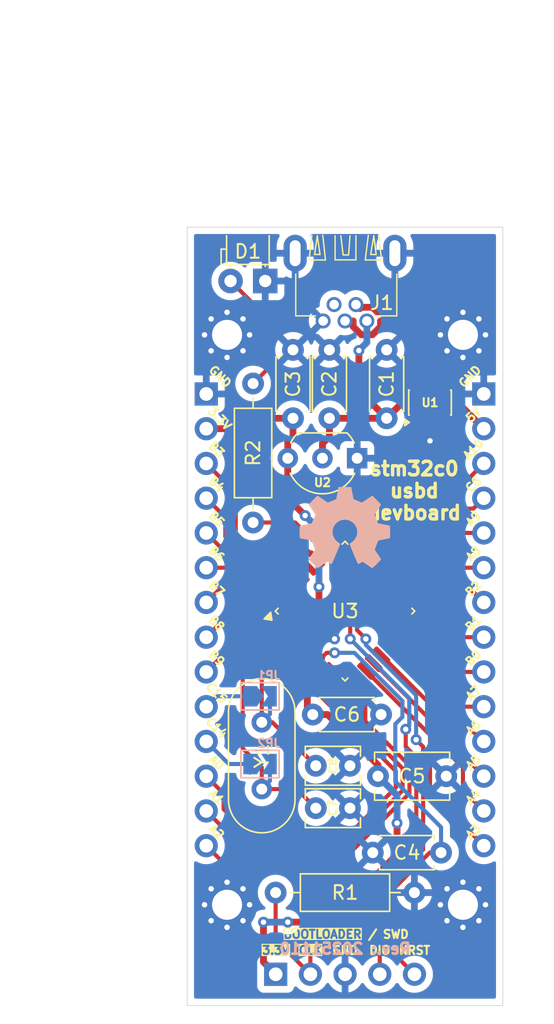
<source format=kicad_pcb>
(kicad_pcb (version 20241229) (generator "pcbnew") (generator_version "9.0")
  (title_block (title "stm32c0-usbd-devboard") (date "2025-11-10") (rev "20251110") (comment 3 "Released under CERN Open Hardware Licence Version 2 - Strongly Reciprocal") (comment 4 "Designed by: Rafael G. Martins"))
  (layers (0 "F.Cu" signal) (2 "B.Cu" signal) (13 "F.Paste" user) (15 "B.Paste" user) (5 "F.SilkS" user "F.Silkscreen") (7 "B.SilkS" user "B.Silkscreen") (1 "F.Mask" user) (3 "B.Mask" user) (25 "Edge.Cuts" user))
  (net 0 "")
  (net 1 "5V")
  (net 2 "3.3V")
  (net 3 "Net-(D1-A)")
  (net 4 "/USB_CONN_D-")
  (net 6 "/USB_CONN_D+")
  (net 7 "CLK")
  (net 8 "LED")
  (net 9 "USB_D+")
  (net 10 "USB_D-")
  (net 11 "B6")
  (net 12 "A0")
  (net 13 "A2")
  (net 14 "C14")
  (net 15 "B3")
  (net 16 "B5")
  (net 17 "A1")
  (net 18 "B4")
  (net 19 "B7")
  (net 20 "B0")
  (net 21 "A6")
  (net 22 "A8")
  (net 23 "A5")
  (net 24 "A7")
  (net 25 "B1")
  (net 26 "A4")
  (net 27 "A3")
  (net 28 "A9")
  (net 29 "A10")
  (net 30 "GND")
  (net 31 "NRST")
  (net 32 "DIO")
  (net 33 "B9")
  (net 34 "B8")
  (net 35 "C15")
  (net 36 "C6")
  (net 37 "B2")
  (net 38 "PC14")
  (net 39 "PC15")
  (footprint "Crystal:Crystal_HC49-4H_Vertical" (layer "F.Cu") (at 140.97 114.554 -90)
    (property "Reference" "Y1" (at 2.45 0 90) (layer "F.SilkS"))
    (property "Value" "48MHz")
    (pad "1" thru_hole circle (at 0 0 270) (size 1.5 1.5) (drill 0.8) (layers "*.Cu" "*.Mask") (net 39 "PC15"))
    (pad "2" thru_hole circle (at 4.88 0 270) (size 1.5 1.5) (drill 0.8) (layers "*.Cu" "*.Mask") (net 38 "PC14"))
  )
  (footprint "Capacitor_THT:C_Disc_D3.8mm_W2.6mm_P2.50mm" (layer "F.Cu") (at 144.927 120.8278)
    (property "Reference" "C7" (at 1.25 0 90) (layer "F.SilkS") (effects (font (size 0.6 0.6))))
    (property "Value" "22p")
    (pad "1" thru_hole circle (at 0 0) (size 1.6 1.6) (drill 0.8) (layers "*.Cu" "*.Mask") (net 38 "PC14"))
    (pad "2" thru_hole circle (at 2.5 0) (size 1.6 1.6) (drill 0.8) (layers "*.Cu" "*.Mask") (net 30 "GND"))
  )
  (footprint "custom:USB_Mini-B_PTH" (layer "F.Cu") (at 148.666 85.217 180)
    (property "Reference" "J1" (at -0.14 1.327 0) (layer "F.SilkS") (effects (justify left)))
    (property "Value" "USB_B_Mini" (hide yes))
    (pad "1" thru_hole circle (at 0 0 90) (size 1.1 1.1) (drill 0.7) (layers "*.Cu" "*.Mask") (net 1 "5V"))
    (pad "2" thru_hole circle (at 0.8 1.2 90) (size 1.1 1.1) (drill 0.7) (layers "*.Cu" "*.Mask") (net 4 "/USB_CONN_D-"))
    (pad "3" thru_hole circle (at 1.6 0 90) (size 1.1 1.1) (drill 0.7) (layers "*.Cu" "*.Mask") (net 6 "/USB_CONN_D+"))
    (pad "4" thru_hole circle (at 2.4 1.2 90) (size 1.1 1.1) (drill 0.7) (layers "*.Cu" "*.Mask"))
    (pad "5" thru_hole circle (at 3.2 0 90) (size 1.1 1.1) (drill 0.7) (layers "*.Cu" "*.Mask") (net 30 "GND"))
    (pad "6" thru_hole oval (at -2.05 4.953 90) (size 2.7 1.7) (drill oval 1.9 0.8) (layers "*.Cu" "*.Mask") (net 30 "GND"))
    (pad "6" thru_hole oval (at 5.25 4.953 90) (size 2.7 1.7) (drill oval 1.9 0.8) (layers "*.Cu" "*.Mask") (net 30 "GND"))
  )
  (footprint "custom:PinHeader_Bootloader_SWD_1x05_P2.54mm_Vertical" (layer "F.Cu") (at 141.991 132.969)
    (property "Reference" "J2" (hide yes))
    (property "Value" "PIN H 5P")
    (property "BOOTLOADER" "BOOTLOADER" (at 3.429 -2.921 0) (layer "F.SilkS" knockout) (effects (font (size 0.6 0.6) (thickness 0.15) (bold yes))))
    (fp_text user "${NET_NAME(3)}" (at 5.08 -1.397 0) (layer "F.SilkS") (effects (font (size 0.6 0.6) (thickness 0.15) (bold yes)) (justify bottom)))
    (fp_text user "${NET_NAME(5)}" (at 10.16 -1.397 0) (layer "F.SilkS") (effects (font (size 0.6 0.6) (thickness 0.15) (bold yes)) (justify bottom)))
    (fp_text user "/ SWD" (at 8.255 -2.921 0) (layer "F.SilkS") (effects (font (size 0.6 0.6) (thickness 0.15) (bold yes))))
    (fp_text user "${NET_NAME(2)}" (at 2.54 -1.397 0) (layer "F.SilkS" knockout) (effects (font (size 0.6 0.6) (thickness 0.15) (bold yes)) (justify bottom)))
    (fp_text user "${NET_NAME(4)}" (at 7.62 -1.397 0) (layer "F.SilkS") (effects (font (size 0.6 0.6) (thickness 0.15) (bold yes)) (justify bottom)))
    (fp_text user "${NET_NAME(1)}" (at 0 -1.397 0) (layer "F.SilkS" knockout) (effects (font (size 0.6 0.6) (thickness 0.15) (bold yes)) (justify bottom)))
    (pad "1" thru_hole rect (at 0 0 90) (size 1.7 1.7) (drill 1) (layers "*.Cu" "*.Mask") (net 2 "3.3V"))
    (pad "2" thru_hole oval (at 2.54 0 90) (size 1.7 1.7) (drill 1) (layers "*.Cu" "*.Mask") (net 7 "CLK"))
    (pad "3" thru_hole oval (at 5.08 0 90) (size 1.7 1.7) (drill 1) (layers "*.Cu" "*.Mask") (net 30 "GND"))
    (pad "4" thru_hole oval (at 7.62 0 90) (size 1.7 1.7) (drill 1) (layers "*.Cu" "*.Mask") (net 32 "DIO"))
    (pad "5" thru_hole oval (at 10.16 0 90) (size 1.7 1.7) (drill 1) (layers "*.Cu" "*.Mask") (net 31 "NRST"))
  )
  (footprint "custom:LED_D3.0mm_Horizontal_O1.27mm_Z2.0mm" (layer "F.Cu") (at 141.224 82.296 180)
    (property "Reference" "D1" (at 1.27 2.159 180) (layer "F.SilkS"))
    (property "Value" "LED Green 3mm")
    (pad "1" thru_hole rect (at 0 0 180) (size 1.8 1.8) (drill 0.9) (layers "*.Cu" "*.Mask") (net 30 "GND"))
    (pad "2" thru_hole circle (at 2.54 0 180) (size 1.8 1.8) (drill 0.9) (layers "*.Cu" "*.Mask") (net 3 "Net-(D1-A)"))
  )
  (footprint "custom:C_TDK_FA28" (layer "F.Cu") (at 143.256 87.329 -90)
    (property "Reference" "C3" (at 2.5 0 90) (layer "F.SilkS"))
    (property "Value" "1u")
    (pad "1" thru_hole circle (at 0 0 270) (size 1.6 1.6) (drill 0.8) (layers "*.Cu" "*.Mask") (net 30 "GND"))
    (pad "2" thru_hole circle (at 5 0 270) (size 1.6 1.6) (drill 0.8) (layers "*.Cu" "*.Mask") (net 2 "3.3V"))
  )
  (footprint "custom:C_TDK_FA28" (layer "F.Cu") (at 150.114 87.329 -90)
    (property "Reference" "C1" (at 2.5 0 90) (layer "F.SilkS"))
    (property "Value" "100n")
    (pad "1" thru_hole circle (at 0 0 270) (size 1.6 1.6) (drill 0.8) (layers "*.Cu" "*.Mask") (net 30 "GND"))
    (pad "2" thru_hole circle (at 5 0 270) (size 1.6 1.6) (drill 0.8) (layers "*.Cu" "*.Mask") (net 1 "5V"))
  )
  (footprint "custom:R_YAGEO_MFR-25FTE52_Horizontal" (layer "F.Cu") (at 140.335 99.949 90)
    (property "Reference" "R2" (at 5.08 0 90) (layer "F.SilkS"))
    (property "Value" "10k")
    (pad "1" thru_hole circle (at 0 0 90) (size 1.6 1.6) (drill 0.8) (layers "*.Cu" "*.Mask") (net 8 "LED"))
    (pad "2" thru_hole oval (at 10.16 0 90) (size 1.6 1.6) (drill 0.8) (layers "*.Cu" "*.Mask") (net 3 "Net-(D1-A)"))
  )
  (footprint "MountingHole:MountingHole_2.2mm_M2_Pad_Via" (layer "F.Cu") (at 138.43 86.233)
    (property "Reference" "H1" (hide yes))
    (property "Value" "Mounting Hole")
    (pad "1" thru_hole circle (at -1.65 0) (size 0.7 0.7) (drill 0.4) (layers "*.Cu" "*.Mask") (net 30 "GND"))
    (pad "1" thru_hole circle (at -1.166726 -1.166726) (size 0.7 0.7) (drill 0.4) (layers "*.Cu" "*.Mask") (net 30 "GND"))
    (pad "1" thru_hole circle (at -1.166726 1.166726) (size 0.7 0.7) (drill 0.4) (layers "*.Cu" "*.Mask") (net 30 "GND"))
    (pad "1" thru_hole circle (at 0 -1.65) (size 0.7 0.7) (drill 0.4) (layers "*.Cu" "*.Mask") (net 30 "GND"))
    (pad "1" thru_hole circle (at 0 0) (size 4.4 4.4) (drill 2.2) (layers "*.Cu" "*.Mask") (net 30 "GND"))
    (pad "1" thru_hole circle (at 0 1.65) (size 0.7 0.7) (drill 0.4) (layers "*.Cu" "*.Mask") (net 30 "GND"))
    (pad "1" thru_hole circle (at 1.166726 -1.166726) (size 0.7 0.7) (drill 0.4) (layers "*.Cu" "*.Mask") (net 30 "GND"))
    (pad "1" thru_hole circle (at 1.166726 1.166726) (size 0.7 0.7) (drill 0.4) (layers "*.Cu" "*.Mask") (net 30 "GND"))
    (pad "1" thru_hole circle (at 1.65 0) (size 0.7 0.7) (drill 0.4) (layers "*.Cu" "*.Mask") (net 30 "GND"))
  )
  (footprint "Capacitor_THT:C_Disc_D3.8mm_W2.6mm_P2.50mm" (layer "F.Cu") (at 144.927 117.729)
    (property "Reference" "C8" (at 1.25 0 90) (layer "F.SilkS") (effects (font (size 0.6 0.6))))
    (property "Value" "22p")
    (pad "1" thru_hole circle (at 0 0) (size 1.6 1.6) (drill 0.8) (layers "*.Cu" "*.Mask") (net 39 "PC15"))
    (pad "2" thru_hole circle (at 2.5 0) (size 1.6 1.6) (drill 0.8) (layers "*.Cu" "*.Mask") (net 30 "GND"))
  )
  (footprint "custom:C_TDK_FA26" (layer "F.Cu") (at 149.479 118.491)
    (property "Reference" "C5" (at 2.5 0 0) (layer "F.SilkS"))
    (property "Value" "10u")
    (pad "1" thru_hole circle (at 0 0) (size 1.6 1.6) (drill 0.8) (layers "*.Cu" "*.Mask") (net 2 "3.3V"))
    (pad "2" thru_hole circle (at 5 0) (size 1.6 1.6) (drill 0.8) (layers "*.Cu" "*.Mask") (net 30 "GND"))
  )
  (footprint "custom:C_TDK_FA28" (layer "F.Cu") (at 149.705272 113.985986 180)
    (property "Reference" "C6" (at 2.5 0 0) (layer "F.SilkS"))
    (property "Value" "100n")
    (pad "1" thru_hole circle (at 0 0 180) (size 1.6 1.6) (drill 0.8) (layers "*.Cu" "*.Mask") (net 30 "GND"))
    (pad "2" thru_hole circle (at 5 0 180) (size 1.6 1.6) (drill 0.8) (layers "*.Cu" "*.Mask") (net 2 "3.3V"))
  )
  (footprint "custom:C_TDK_FA28" (layer "F.Cu") (at 149.098 124.079)
    (property "Reference" "C4" (at 2.5 0 0) (layer "F.SilkS"))
    (property "Value" "100n")
    (pad "1" thru_hole circle (at 0 0) (size 1.6 1.6) (drill 0.8) (layers "*.Cu" "*.Mask") (net 30 "GND"))
    (pad "2" thru_hole circle (at 5 0) (size 1.6 1.6) (drill 0.8) (layers "*.Cu" "*.Mask") (net 31 "NRST"))
  )
  (footprint "MountingHole:MountingHole_2.2mm_M2_Pad_Via" (layer "F.Cu") (at 155.701 127.889)
    (property "Reference" "H4" (hide yes))
    (property "Value" "Mounting Hole")
    (pad "1" thru_hole circle (at -1.65 0) (size 0.7 0.7) (drill 0.4) (layers "*.Cu" "*.Mask") (net 30 "GND"))
    (pad "1" thru_hole circle (at -1.166726 -1.166726) (size 0.7 0.7) (drill 0.4) (layers "*.Cu" "*.Mask") (net 30 "GND"))
    (pad "1" thru_hole circle (at -1.166726 1.166726) (size 0.7 0.7) (drill 0.4) (layers "*.Cu" "*.Mask") (net 30 "GND"))
    (pad "1" thru_hole circle (at 0 -1.65) (size 0.7 0.7) (drill 0.4) (layers "*.Cu" "*.Mask") (net 30 "GND"))
    (pad "1" thru_hole circle (at 0 0) (size 4.4 4.4) (drill 2.2) (layers "*.Cu" "*.Mask") (net 30 "GND"))
    (pad "1" thru_hole circle (at 0 1.65) (size 0.7 0.7) (drill 0.4) (layers "*.Cu" "*.Mask") (net 30 "GND"))
    (pad "1" thru_hole circle (at 1.166726 -1.166726) (size 0.7 0.7) (drill 0.4) (layers "*.Cu" "*.Mask") (net 30 "GND"))
    (pad "1" thru_hole circle (at 1.166726 1.166726) (size 0.7 0.7) (drill 0.4) (layers "*.Cu" "*.Mask") (net 30 "GND"))
    (pad "1" thru_hole circle (at 1.65 0) (size 0.7 0.7) (drill 0.4) (layers "*.Cu" "*.Mask") (net 30 "GND"))
  )
  (footprint "Package_QFP:LQFP-32_7x7mm_P0.8mm" (layer "F.Cu") (at 147.066 106.426 45)
    (property "Reference" "U3" (at 0 0 0) (layer "F.SilkS"))
    (property "Value" "STM32C071K8T6")
    (pad "1" smd roundrect (at -4.175 -2.8 45) (size 1.5 0.5) (layers "F.Cu" "F.Mask" "F.Paste") (net 33 "B9"))
    (pad "2" smd roundrect (at -4.175 -2 45) (size 1.5 0.5) (layers "F.Cu" "F.Mask" "F.Paste") (net 38 "PC14"))
    (pad "3" smd roundrect (at -4.175 -1.2 45) (size 1.5 0.5) (layers "F.Cu" "F.Mask" "F.Paste") (net 39 "PC15"))
    (pad "4" smd roundrect (at -4.175 -0.4 45) (size 1.5 0.5) (layers "F.Cu" "F.Mask" "F.Paste") (net 2 "3.3V"))
    (pad "5" smd roundrect (at -4.175 0.4 45) (size 1.5 0.5) (layers "F.Cu" "F.Mask" "F.Paste") (net 30 "GND"))
    (pad "6" smd roundrect (at -4.175 1.2 45) (size 1.5 0.5) (layers "F.Cu" "F.Mask" "F.Paste") (net 31 "NRST"))
    (pad "7" smd roundrect (at -4.175 2 45) (size 1.5 0.5) (layers "F.Cu" "F.Mask" "F.Paste") (net 12 "A0"))
    (pad "8" smd roundrect (at -4.175 2.8 45) (size 1.5 0.5) (layers "F.Cu" "F.Mask" "F.Paste") (net 17 "A1"))
    (pad "9" smd roundrect (at -2.8 4.175 45) (size 0.5 1.5) (layers "F.Cu" "F.Mask" "F.Paste") (net 13 "A2"))
    (pad "10" smd roundrect (at -2 4.175 45) (size 0.5 1.5) (layers "F.Cu" "F.Mask" "F.Paste") (net 27 "A3"))
    (pad "11" smd roundrect (at -1.2 4.175 45) (size 0.5 1.5) (layers "F.Cu" "F.Mask" "F.Paste") (net 26 "A4"))
    (pad "12" smd roundrect (at -0.4 4.175 45) (size 0.5 1.5) (layers "F.Cu" "F.Mask" "F.Paste") (net 23 "A5"))
    (pad "13" smd roundrect (at 0.4 4.175 45) (size 0.5 1.5) (layers "F.Cu" "F.Mask" "F.Paste") (net 21 "A6"))
    (pad "14" smd roundrect (at 1.2 4.175 45) (size 0.5 1.5) (layers "F.Cu" "F.Mask" "F.Paste") (net 24 "A7"))
    (pad "15" smd roundrect (at 2 4.175 45) (size 0.5 1.5) (layers "F.Cu" "F.Mask" "F.Paste") (net 20 "B0"))
    (pad "16" smd roundrect (at 2.8 4.175 45) (size 0.5 1.5) (layers "F.Cu" "F.Mask" "F.Paste") (net 25 "B1"))
    (pad "17" smd roundrect (at 4.175 2.8 45) (size 1.5 0.5) (layers "F.Cu" "F.Mask" "F.Paste") (net 37 "B2"))
    (pad "18" smd roundrect (at 4.175 2 45) (size 1.5 0.5) (layers "F.Cu" "F.Mask" "F.Paste") (net 22 "A8"))
    (pad "19" smd roundrect (at 4.175 1.2 45) (size 1.5 0.5) (layers "F.Cu" "F.Mask" "F.Paste") (net 28 "A9"))
    (pad "20" smd roundrect (at 4.175 0.4 45) (size 1.5 0.5) (layers "F.Cu" "F.Mask" "F.Paste") (net 36 "C6"))
    (pad "21" smd roundrect (at 4.175 -0.4 45) (size 1.5 0.5) (layers "F.Cu" "F.Mask" "F.Paste") (net 29 "A10"))
    (pad "22" smd roundrect (at 4.175 -1.2 45) (size 1.5 0.5) (layers "F.Cu" "F.Mask" "F.Paste") (net 10 "USB_D-"))
    (pad "23" smd roundrect (at 4.175 -2 45) (size 1.5 0.5) (layers "F.Cu" "F.Mask" "F.Paste") (net 9 "USB_D+"))
    (pad "24" smd roundrect (at 4.175 -2.8 45) (size 1.5 0.5) (layers "F.Cu" "F.Mask" "F.Paste") (net 32 "DIO"))
    (pad "25" smd roundrect (at 2.8 -4.175 45) (size 0.5 1.5) (layers "F.Cu" "F.Mask" "F.Paste") (net 7 "CLK"))
    (pad "26" smd roundrect (at 2 -4.175 45) (size 0.5 1.5) (layers "F.Cu" "F.Mask" "F.Paste") (net 8 "LED"))
    (pad "27" smd roundrect (at 1.2 -4.175 45) (size 0.5 1.5) (layers "F.Cu" "F.Mask" "F.Paste") (net 15 "B3"))
    (pad "28" smd roundrect (at 0.4 -4.175 45) (size 0.5 1.5) (layers "F.Cu" "F.Mask" "F.Paste") (net 18 "B4"))
    (pad "29" smd roundrect (at -0.4 -4.175 45) (size 0.5 1.5) (layers "F.Cu" "F.Mask" "F.Paste") (net 16 "B5"))
    (pad "30" smd roundrect (at -1.2 -4.175 45) (size 0.5 1.5) (layers "F.Cu" "F.Mask" "F.Paste") (net 11 "B6"))
    (pad "31" smd roundrect (at -2 -4.175 45) (size 0.5 1.5) (layers "F.Cu" "F.Mask" "F.Paste") (net 19 "B7"))
    (pad "32" smd roundrect (at -2.8 -4.175 45) (size 0.5 1.5) (layers "F.Cu" "F.Mask" "F.Paste") (net 34 "B8"))
  )
  (footprint "MountingHole:MountingHole_2.2mm_M2_Pad_Via" (layer "F.Cu") (at 155.702 86.233)
    (property "Reference" "H2" (hide yes))
    (property "Value" "Mounting Hole")
    (pad "1" thru_hole circle (at -1.65 0) (size 0.7 0.7) (drill 0.4) (layers "*.Cu" "*.Mask") (net 30 "GND"))
    (pad "1" thru_hole circle (at -1.166726 -1.166726) (size 0.7 0.7) (drill 0.4) (layers "*.Cu" "*.Mask") (net 30 "GND"))
    (pad "1" thru_hole circle (at -1.166726 1.166726) (size 0.7 0.7) (drill 0.4) (layers "*.Cu" "*.Mask") (net 30 "GND"))
    (pad "1" thru_hole circle (at 0 -1.65) (size 0.7 0.7) (drill 0.4) (layers "*.Cu" "*.Mask") (net 30 "GND"))
    (pad "1" thru_hole circle (at 0 0) (size 4.4 4.4) (drill 2.2) (layers "*.Cu" "*.Mask") (net 30 "GND"))
    (pad "1" thru_hole circle (at 0 1.65) (size 0.7 0.7) (drill 0.4) (layers "*.Cu" "*.Mask") (net 30 "GND"))
    (pad "1" thru_hole circle (at 1.166726 -1.166726) (size 0.7 0.7) (drill 0.4) (layers "*.Cu" "*.Mask") (net 30 "GND"))
    (pad "1" thru_hole circle (at 1.166726 1.166726) (size 0.7 0.7) (drill 0.4) (layers "*.Cu" "*.Mask") (net 30 "GND"))
    (pad "1" thru_hole circle (at 1.65 0) (size 0.7 0.7) (drill 0.4) (layers "*.Cu" "*.Mask") (net 30 "GND"))
  )
  (footprint "Package_TO_SOT_THT:TO-92_Inline_Wide" (layer "F.Cu") (at 147.955 95.25 180)
    (property "Reference" "U2" (at 2.54 -1.778 180) (layer "F.SilkS") (effects (font (size 0.6 0.6))))
    (property "Value" "MCP1700-3302E")
    (pad "1" thru_hole rect (at 0 0 180) (size 1.5 1.5) (drill 0.8) (layers "*.Cu" "*.Mask") (net 30 "GND"))
    (pad "2" thru_hole circle (at 2.54 0 180) (size 1.5 1.5) (drill 0.8) (layers "*.Cu" "*.Mask") (net 1 "5V"))
    (pad "3" thru_hole circle (at 5.08 0 180) (size 1.5 1.5) (drill 0.8) (layers "*.Cu" "*.Mask") (net 2 "3.3V"))
  )
  (footprint "MountingHole:MountingHole_2.2mm_M2_Pad_Via" (layer "F.Cu") (at 138.43 127.889)
    (property "Reference" "H3" (hide yes))
    (property "Value" "Mounting Hole")
    (pad "1" thru_hole circle (at -1.65 0) (size 0.7 0.7) (drill 0.4) (layers "*.Cu" "*.Mask") (net 30 "GND"))
    (pad "1" thru_hole circle (at -1.166726 -1.166726) (size 0.7 0.7) (drill 0.4) (layers "*.Cu" "*.Mask") (net 30 "GND"))
    (pad "1" thru_hole circle (at -1.166726 1.166726) (size 0.7 0.7) (drill 0.4) (layers "*.Cu" "*.Mask") (net 30 "GND"))
    (pad "1" thru_hole circle (at 0 -1.65) (size 0.7 0.7) (drill 0.4) (layers "*.Cu" "*.Mask") (net 30 "GND"))
    (pad "1" thru_hole circle (at 0 0) (size 4.4 4.4) (drill 2.2) (layers "*.Cu" "*.Mask") (net 30 "GND"))
    (pad "1" thru_hole circle (at 0 1.65) (size 0.7 0.7) (drill 0.4) (layers "*.Cu" "*.Mask") (net 30 "GND"))
    (pad "1" thru_hole circle (at 1.166726 -1.166726) (size 0.7 0.7) (drill 0.4) (layers "*.Cu" "*.Mask") (net 30 "GND"))
    (pad "1" thru_hole circle (at 1.166726 1.166726) (size 0.7 0.7) (drill 0.4) (layers "*.Cu" "*.Mask") (net 30 "GND"))
    (pad "1" thru_hole circle (at 1.65 0) (size 0.7 0.7) (drill 0.4) (layers "*.Cu" "*.Mask") (net 30 "GND"))
  )
  (footprint "Package_TO_SOT_SMD:SOT-23-6" (layer "F.Cu") (at 153.289 91.1805 90)
    (property "Reference" "U1" (at -0.0055 0 180) (layer "F.SilkS") (effects (font (size 0.6 0.6))))
    (property "Value" "USBLC6-2SC6")
    (pad "1" smd roundrect (at -1.1375 -0.95 90) (size 1.325 0.6) (layers "F.Cu" "F.Mask" "F.Paste") (net 9 "USB_D+"))
    (pad "2" smd roundrect (at -1.1375 0 90) (size 1.325 0.6) (layers "F.Cu" "F.Mask" "F.Paste") (net 30 "GND"))
    (pad "3" smd roundrect (at -1.1375 0.95 90) (size 1.325 0.6) (layers "F.Cu" "F.Mask" "F.Paste") (net 10 "USB_D-"))
    (pad "4" smd roundrect (at 1.1375 0.95 90) (size 1.325 0.6) (layers "F.Cu" "F.Mask" "F.Paste") (net 4 "/USB_CONN_D-"))
    (pad "5" smd roundrect (at 1.1375 0 90) (size 1.325 0.6) (layers "F.Cu" "F.Mask" "F.Paste") (net 1 "5V"))
    (pad "6" smd roundrect (at 1.1375 -0.95 90) (size 1.325 0.6) (layers "F.Cu" "F.Mask" "F.Paste") (net 6 "/USB_CONN_D+"))
  )
  (footprint "custom:R_YAGEO_MFR-25FTE52_Horizontal" (layer "F.Cu") (at 141.986 127)
    (property "Reference" "R1" (at 5.08 0 0) (layer "F.SilkS"))
    (property "Value" "10k")
    (pad "1" thru_hole circle (at 0 0) (size 1.6 1.6) (drill 0.8) (layers "*.Cu" "*.Mask") (net 7 "CLK"))
    (pad "2" thru_hole oval (at 10.16 0) (size 1.6 1.6) (drill 0.8) (layers "*.Cu" "*.Mask") (net 30 "GND"))
  )
  (footprint "custom:C_TDK_FA28" (layer "F.Cu") (at 145.923 87.329 -90)
    (property "Reference" "C2" (at 2.5 0 90) (layer "F.SilkS"))
    (property "Value" "1u")
    (pad "1" thru_hole circle (at 0 0 270) (size 1.6 1.6) (drill 0.8) (layers "*.Cu" "*.Mask") (net 30 "GND"))
    (pad "2" thru_hole circle (at 5 0 270) (size 1.6 1.6) (drill 0.8) (layers "*.Cu" "*.Mask") (net 1 "5V"))
  )
  (footprint "Jumper:SolderJumper-2_P1.3mm_Open_TrianglePad1.0x1.5mm" (layer "B.Cu") (at 140.843 112.649)
    (property "Reference" "JP1" (at 0.635 -1.524 0) (layer "B.SilkS") (effects (font (size 0.6 0.6)) (justify mirror)))
    (property "Value" "Connect Pin C15 to PC15")
    (pad "1" smd custom (at -0.725 0) (size 0.3 0.3) (layers "B.Cu" "B.Mask") (net 35 "C15") (options (clearance outline) (anchor rect)) (primitives (gr_poly (pts (xy 1 0) (xy 0.5 -0.75) (xy -0.5 -0.75) (xy -0.5 0.75) (xy 0.5 0.75)) (width 0) (fill yes))))
    (pad "2" smd custom (at 0.725 0) (size 0.3 0.3) (layers "B.Cu" "B.Mask") (net 39 "PC15") (options (clearance outline) (anchor rect)) (primitives (gr_poly (pts (xy 0.5 -0.75) (xy -0.65 -0.75) (xy -0.15 0) (xy -0.65 0.75) (xy 0.5 0.75)) (width 0) (fill yes))))
  )
  (footprint "Jumper:SolderJumper-2_P1.3mm_Open_TrianglePad1.0x1.5mm" (layer "B.Cu") (at 140.843 117.602)
    (property "Reference" "JP2" (at 0.635 -1.524 0) (layer "B.SilkS") (effects (font (size 0.6 0.6)) (justify mirror)))
    (property "Value" "Connect Pin C14 to PC14")
    (pad "1" smd custom (at -0.725 0) (size 0.3 0.3) (layers "B.Cu" "B.Mask") (net 14 "C14") (options (clearance outline) (anchor rect)) (primitives (gr_poly (pts (xy 1 0) (xy 0.5 -0.75) (xy -0.5 -0.75) (xy -0.5 0.75) (xy 0.5 0.75)) (width 0) (fill yes))))
    (pad "2" smd custom (at 0.725 0) (size 0.3 0.3) (layers "B.Cu" "B.Mask") (net 38 "PC14") (options (clearance outline) (anchor rect)) (primitives (gr_poly (pts (xy 0.5 -0.75) (xy -0.65 -0.75) (xy -0.15 0) (xy -0.65 0.75) (xy 0.5 0.75)) (width 0) (fill yes))))
  )
  (footprint "custom:PinHeader_DevBoard_Right_Connector_1x14_P2.54mm_Vertical" (layer "B.Cu") (at 157.226 90.551 180)
    (property "Reference" "J4" (hide yes))
    (property "Value" "RIGHT")
    (fp_text user "${NET_NAME(12)}" (at 0.508 -27.178 45) (layer "F.SilkS") (effects (font (size 0.6 0.6) (thickness 0.15) (bold yes)) (justify bottom)))
    (fp_text user "${NET_NAME(8)}" (at 0.508 -17.018 45) (layer "F.SilkS") (effects (font (size 0.6 0.6) (thickness 0.15) (bold yes)) (justify bottom)))
    (fp_text user "${NET_NAME(11)}" (at 0.508 -24.638 45) (layer "F.SilkS") (effects (font (size 0.6 0.6) (thickness 0.15) (bold yes)) (justify bottom)))
    (fp_text user "${NET_NAME(5)}" (at 0.508 -9.398 45) (layer "F.SilkS") (effects (font (size 0.6 0.6) (thickness 0.15) (bold yes)) (justify bottom)))
    (fp_text user "${NET_NAME(2)}" (at 0.508 -1.778 45) (layer "F.SilkS") (effects (font (size 0.6 0.6) (thickness 0.15) (bold yes)) (justify bottom)))
    (fp_text user "${NET_NAME(1)}" (at 0.762 1.016 45) (layer "F.SilkS") (effects (font (size 0.6 0.6) (thickness 0.15) (bold yes)) (justify bottom)))
    (fp_text user "${NET_NAME(13)}" (at 0.508 -29.718 45) (layer "F.SilkS") (effects (font (size 0.6 0.6) (thickness 0.15) (bold yes)) (justify bottom)))
    (fp_text user "${NET_NAME(14)}" (at 0.508 -32.258 45) (layer "F.SilkS") (effects (font (size 0.6 0.6) (thickness 0.15) (bold yes)) (justify bottom)))
    (fp_text user "${NET_NAME(6)}" (at 0.508 -11.938 45) (layer "F.SilkS") (effects (font (size 0.6 0.6) (thickness 0.15) (bold yes)) (justify bottom)))
    (fp_text user "${NET_NAME(7)}" (at 0.508 -14.478 45) (layer "F.SilkS") (effects (font (size 0.6 0.6) (thickness 0.15) (bold yes)) (justify bottom)))
    (fp_text user "${NET_NAME(10)}" (at 0.508 -22.098 45) (layer "F.SilkS") (effects (font (size 0.6 0.6) (thickness 0.15) (bold yes)) (justify bottom)))
    (fp_text user "${NET_NAME(4)}" (at 0.508 -6.858 45) (layer "F.SilkS") (effects (font (size 0.6 0.6) (thickness 0.15) (bold yes)) (justify bottom)))
    (fp_text user "${NET_NAME(3)}" (at 0.508 -4.318 45) (layer "F.SilkS") (effects (font (size 0.6 0.6) (thickness 0.15) (bold yes)) (justify bottom)))
    (fp_text user "${NET_NAME(9)}" (at 0.508 -19.558 45) (layer "F.SilkS") (effects (font (size 0.6 0.6) (thickness 0.15) (bold yes)) (justify bottom)))
    (pad "1" thru_hole rect (at 0 0 180) (size 1.7 1.7) (drill 1) (layers "*.Cu" "*.Mask") (net 30 "GND"))
    (pad "2" thru_hole oval (at 0 -2.54 180) (size 1.7 1.7) (drill 1) (layers "*.Cu" "*.Mask") (net 1 "5V"))
    (pad "3" thru_hole oval (at 0 -5.08 180) (size 1.7 1.7) (drill 1) (layers "*.Cu" "*.Mask") (net 29 "A10"))
    (pad "4" thru_hole oval (at 0 -7.62 180) (size 1.7 1.7) (drill 1) (layers "*.Cu" "*.Mask") (net 36 "C6"))
    (pad "5" thru_hole oval (at 0 -10.16 180) (size 1.7 1.7) (drill 1) (layers "*.Cu" "*.Mask") (net 28 "A9"))
    (pad "6" thru_hole oval (at 0 -12.7 180) (size 1.7 1.7) (drill 1) (layers "*.Cu" "*.Mask") (net 22 "A8"))
    (pad "7" thru_hole oval (at 0 -15.24 180) (size 1.7 1.7) (drill 1) (layers "*.Cu" "*.Mask") (net 37 "B2"))
    (pad "8" thru_hole oval (at 0 -17.78 180) (size 1.7 1.7) (drill 1) (layers "*.Cu" "*.Mask") (net 25 "B1"))
    (pad "9" thru_hole oval (at 0 -20.32 180) (size 1.7 1.7) (drill 1) (layers "*.Cu" "*.Mask") (net 20 "B0"))
    (pad "10" thru_hole oval (at 0 -22.86 180) (size 1.7 1.7) (drill 1) (layers "*.Cu" "*.Mask") (net 24 "A7"))
    (pad "11" thru_hole oval (at 0 -25.4 180) (size 1.7 1.7) (drill 1) (layers "*.Cu" "*.Mask") (net 21 "A6"))
    (pad "12" thru_hole oval (at 0 -27.94 180) (size 1.7 1.7) (drill 1) (layers "*.Cu" "*.Mask") (net 23 "A5"))
    (pad "13" thru_hole oval (at 0 -30.48 180) (size 1.7 1.7) (drill 1) (layers "*.Cu" "*.Mask") (net 26 "A4"))
    (pad "14" thru_hole oval (at 0 -33.02 180) (size 1.7 1.7) (drill 1) (layers "*.Cu" "*.Mask") (net 27 "A3"))
  )
  (footprint "Symbol:OSHW-Symbol_6.7x6mm_SilkScreen" (layer "B.Cu") (at 147.066 100.33 180)
    (property "Reference" "REF**" (hide yes))
    (property "Value" "OSHW-Symbol_6.7x6mm_SilkScreen" (hide yes))
  )
  (footprint "custom:PinHeader_DevBoard_Left_Connector_1x14_P2.54mm_Vertical" (layer "B.Cu") (at 136.906 90.551 180)
    (property "Reference" "J3" (hide yes))
    (property "Value" "LEFT")
    (fp_text user "${NET_NAME(9)}" (at -0.508 -19.558 315) (layer "F.SilkS") (effects (font (size 0.6 0.6) (thickness 0.15) (bold yes)) (justify bottom)))
    (fp_text user "${NET_NAME(7)}" (at -0.508 -14.478 315) (layer "F.SilkS") (effects (font (size 0.6 0.6) (thickness 0.15) (bold yes)) (justify bottom)))
    (fp_text user "${NET_NAME(5)}" (at -0.508 -9.398 315) (layer "F.SilkS") (effects (font (size 0.6 0.6) (thickness 0.15) (bold yes)) (justify bottom)))
    (fp_text user "${NET_NAME(1)}" (at -0.762 1.016 315) (layer "F.SilkS") (effects (font (size 0.6 0.6) (thickness 0.15) (bold yes)) (justify bottom)))
    (fp_text user "${NET_NAME(6)}" (at -0.508 -11.938 315) (layer "F.SilkS") (effects (font (size 0.6 0.6) (thickness 0.15) (bold yes)) (justify bottom)))
    (fp_text user "${NET_NAME(13)}" (at -0.508 -29.718 315) (layer "F.SilkS") (effects (font (size 0.6 0.6) (thickness 0.15) (bold yes)) (justify bottom)))
    (fp_text user "${NET_NAME(14)}" (at -0.508 -32.258 315) (layer "F.SilkS") (effects (font (size 0.6 0.6) (thickness 0.15) (bold yes)) (justify bottom)))
    (fp_text user "${NET_NAME(12)}" (at -0.508 -27.178 315) (layer "F.SilkS") (effects (font (size 0.6 0.6) (thickness 0.15) (bold yes)) (justify bottom)))
    (fp_text user "${NET_NAME(3)}" (at -0.508 -4.318 315) (layer "F.SilkS") (effects (font (size 0.6 0.6) (thickness 0.15) (bold yes)) (justify bottom)))
    (fp_text user "${NET_NAME(8)}" (at -0.508 -17.018 315) (layer "F.SilkS") (effects (font (size 0.6 0.6) (thickness 0.15) (bold yes)) (justify bottom)))
    (fp_text user "${NET_NAME(11)}" (at -0.508 -24.638 315) (layer "F.SilkS") (effects (font (size 0.6 0.6) (thickness 0.15) (bold yes)) (justify bottom)))
    (fp_text user "${NET_NAME(4)}" (at -0.508 -6.858 315) (layer "F.SilkS") (effects (font (size 0.6 0.6) (thickness 0.15) (bold yes)) (justify bottom)))
    (fp_text user "${NET_NAME(10)}" (at -0.508 -22.098 315) (layer "F.SilkS") (effects (font (size 0.6 0.6) (thickness 0.15) (bold yes)) (justify bottom)))
    (fp_text user "${NET_NAME(2)}" (at -0.74 -2.05 315) (layer "F.SilkS") (effects (font (size 0.6 0.6) (thickness 0.15) (bold yes)) (justify bottom)))
    (pad "1" thru_hole rect (at 0 0 180) (size 1.7 1.7) (drill 1) (layers "*.Cu" "*.Mask") (net 30 "GND"))
    (pad "2" thru_hole oval (at 0 -2.54 180) (size 1.7 1.7) (drill 1) (layers "*.Cu" "*.Mask") (net 2 "3.3V"))
    (pad "3" thru_hole oval (at 0 -5.08 180) (size 1.7 1.7) (drill 1) (layers "*.Cu" "*.Mask") (net 15 "B3"))
    (pad "4" thru_hole oval (at 0 -7.62 180) (size 1.7 1.7) (drill 1) (layers "*.Cu" "*.Mask") (net 18 "B4"))
    (pad "5" thru_hole oval (at 0 -10.16 180) (size 1.7 1.7) (drill 1) (layers "*.Cu" "*.Mask") (net 16 "B5"))
    (pad "6" thru_hole oval (at 0 -12.7 180) (size 1.7 1.7) (drill 1) (layers "*.Cu" "*.Mask") (net 11 "B6"))
    (pad "7" thru_hole oval (at 0 -15.24 180) (size 1.7 1.7) (drill 1) (layers "*.Cu" "*.Mask") (net 19 "B7"))
    (pad "8" thru_hole oval (at 0 -17.78 180) (size 1.7 1.7) (drill 1) (layers "*.Cu" "*.Mask") (net 34 "B8"))
    (pad "9" thru_hole oval (at 0 -20.32 180) (size 1.7 1.7) (drill 1) (layers "*.Cu" "*.Mask") (net 33 "B9"))
    (pad "10" thru_hole oval (at 0 -22.86 180) (size 1.7 1.7) (drill 1) (layers "*.Cu" "*.Mask") (net 35 "C15"))
    (pad "11" thru_hole oval (at 0 -25.4 180) (size 1.7 1.7) (drill 1) (layers "*.Cu" "*.Mask") (net 14 "C14"))
    (pad "12" thru_hole oval (at 0 -27.94 180) (size 1.7 1.7) (drill 1) (layers "*.Cu" "*.Mask") (net 12 "A0"))
    (pad "13" thru_hole oval (at 0 -30.48 180) (size 1.7 1.7) (drill 1) (layers "*.Cu" "*.Mask") (net 17 "A1"))
    (pad "14" thru_hole oval (at 0 -33.02 180) (size 1.7 1.7) (drill 1) (layers "*.Cu" "*.Mask") (net 13 "A2"))
  )
  (gr_rect (start 135.509 78.359) (end 158.623 135.255) (stroke (width 0.05)) (fill no) (layer "Edge.Cuts"))
  (gr_text "stm32c0\nusbd\ndevboard" (at 152.146 99.822 0) (layer "F.SilkS") (effects (font (size 1 1) (thickness 0.25) (bold yes)) (justify bottom)))
  (gr_text "Rev.: ${REVISION}" (at 147.072 131.572 0) (layer "B.SilkS") (effects (font (size 0.8 0.8) (thickness 0.2) (bold yes)) (justify bottom mirror)))
  (segment (start 153.289 90.805) (end 153.67 91.186) (width 0.5) (layer "F.Cu") (net 1))
  (segment (start 148.082 90.297) (end 150.114 92.329) (width 0.5) (layer "F.Cu") (net 1))
  (segment (start 153.289 90.805) (end 152.908 91.186) (width 0.5) (layer "F.Cu") (net 1))
  (segment (start 153.67 91.186) (end 155.321 91.186) (width 0.5) (layer "F.Cu") (net 1))
  (segment (start 151.257 91.186) (end 150.114 92.329) (width 0.5) (layer "F.Cu") (net 1))
  (segment (start 148.082 87.376) (end 148.082 90.297) (width 0.5) (layer "F.Cu") (net 1))
  (segment (start 145.923 93.6625) (end 145.415 94.1705) (width 0.5) (layer "F.Cu") (net 1))
  (segment (start 152.908 91.186) (end 151.257 91.186) (width 0.5) (layer "F.Cu") (net 1))
  (segment (start 145.415 94.1705) (end 145.415 95.25) (width 0.5) (layer "F.Cu") (net 1))
  (segment (start 153.289 90.043) (end 153.289 90.805) (width 0.5) (layer "F.Cu") (net 1))
  (segment (start 150.114 92.329) (end 145.923 92.329) (width 0.5) (layer "F.Cu") (net 1))
  (segment (start 145.923 92.329) (end 145.923 93.6625) (width 0.5) (layer "F.Cu") (net 1))
  (segment (start 155.321 91.186) (end 157.226 93.091) (width 0.5) (layer "F.Cu") (net 1))
  (via (at 148.082 87.376) (size 0.8) (drill 0.4) (layers "F.Cu" "B.Cu") (net 1))
  (segment (start 148.666 86.792) (end 148.082 87.376) (width 0.5) (layer "B.Cu") (net 1))
  (segment (start 148.666 85.217) (end 148.666 86.792) (width 0.5) (layer "B.Cu") (net 1))
  (segment (start 150.876 121.92) (end 150.876 124.206) (width 0.5) (layer "F.Cu") (net 2))
  (segment (start 143.256 92.329) (end 139.954 92.329) (width 0.5) (layer "F.Cu") (net 2))
  (segment (start 139.192 93.091) (end 136.906 93.091) (width 0.5) (layer "F.Cu") (net 2))
  (segment (start 144.145 99.441) (end 142.875 98.171) (width 0.5) (layer "F.Cu") (net 2))
  (segment (start 143.830986 109.095328) (end 143.287893 109.638421) (width 0.5) (layer "F.Cu") (net 2))
  (segment (start 142.875 94.107) (end 142.875 95.25) (width 0.5) (layer "F.Cu") (net 2))
  (segment (start 139.954 92.329) (end 139.192 93.091) (width 0.5) (layer "F.Cu") (net 2))
  (segment (start 144.705272 113.985986) (end 145.791804 113.985986) (width 0.5) (layer "F.Cu") (net 2))
  (segment (start 150.876 124.206) (end 145.923 129.159) (width 0.5) (layer "F.Cu") (net 2))
  (segment (start 149.479 117.673182) (end 149.479 118.491) (width 0.5) (layer "F.Cu") (net 2))
  (segment (start 144.306 111.667) (end 144.306 113.586714) (width 0.5) (layer "F.Cu") (net 2))
  (segment (start 144.306 113.586714) (end 144.705272 113.985986) (width 0.5) (layer "F.Cu") (net 2))
  (segment (start 141.097 129.159) (end 141.097 132.075) (width 0.5) (layer "F.Cu") (net 2))
  (segment (start 145.791804 113.985986) (end 149.479 117.673182) (width 0.5) (layer "F.Cu") (net 2))
  (segment (start 141.097 132.075) (end 141.991 132.969) (width 0.5) (layer "F.Cu") (net 2))
  (segment (start 145.923 129.159) (end 142.875 129.159) (width 0.5) (layer "F.Cu") (net 2))
  (segment (start 145.161 107.765314) (end 143.830986 109.095328) (width 0.5) (layer "F.Cu") (net 2))
  (segment (start 142.875 98.171) (end 142.875 95.25) (width 0.5) (layer "F.Cu") (net 2))
  (segment (start 143.256 93.726) (end 142.875 94.107) (width 0.5) (layer "F.Cu") (net 2))
  (segment (start 143.287893 110.648893) (end 144.306 111.667) (width 0.5) (layer "F.Cu") (net 2))
  (segment (start 143.256 92.329) (end 143.256 93.726) (width 0.5) (layer "F.Cu") (net 2))
  (segment (start 145.161 104.648) (end 145.161 107.765314) (width 0.5) (layer "F.Cu") (net 2))
  (segment (start 143.287893 109.638421) (end 143.287893 110.648893) (width 0.5) (layer "F.Cu") (net 2))
  (via (at 142.875 129.159) (size 0.8) (drill 0.4) (layers "F.Cu" "B.Cu") (net 2))
  (via (at 144.145 99.441) (size 0.8) (drill 0.4) (layers "F.Cu" "B.Cu") (net 2))
  (via (at 150.876 121.92) (size 0.8) (drill 0.4) (layers "F.Cu" "B.Cu") (net 2))
  (via (at 141.097 129.159) (size 0.8) (drill 0.4) (layers "F.Cu" "B.Cu") (net 2))
  (via (at 145.161 104.648) (size 0.8) (drill 0.4) (layers "F.Cu" "B.Cu") (net 2))
  (segment (start 141.097 129.159) (end 142.875 129.159) (width 0.5) (layer "B.Cu") (net 2))
  (segment (start 150.876 121.92) (end 150.876 119.888) (width 0.5) (layer "B.Cu") (net 2))
  (segment (start 145.161 104.648) (end 145.161 100.457) (width 0.5) (layer "B.Cu") (net 2))
  (segment (start 145.161 100.457) (end 144.145 99.441) (width 0.5) (layer "B.Cu") (net 2))
  (segment (start 150.876 119.888) (end 149.479 118.491) (width 0.5) (layer "B.Cu") (net 2))
  (segment (start 141.478 85.09) (end 138.684 82.296) (width 0.3) (layer "F.Cu") (net 3))
  (segment (start 140.335 89.789) (end 141.478 88.646) (width 0.3) (layer "F.Cu") (net 3))
  (segment (start 141.478 88.646) (end 141.478 85.09) (width 0.3) (layer "F.Cu") (net 3))
  (segment (start 148.158186 84.309186) (end 147.866 84.017) (width 0.5) (layer "F.Cu") (net 4))
  (segment (start 154.239 90.043) (end 154.239 89.6805) (width 0.5) (layer "F.Cu") (net 4))
  (segment (start 154.04 89.2774) (end 153.619 88.8564) (width 0.5) (layer "F.Cu") (net 4))
  (segment (start 154.04 89.4815) (end 154.04 89.2774) (width 0.5) (layer "F.Cu") (net 4))
  (segment (start 148.251372 84.216) (end 148.158186 84.309186) (width 0.5) (layer "F.Cu") (net 4))
  (segment (start 154.239 89.6805) (end 154.04 89.4815) (width 0.5) (layer "F.Cu") (net 4))
  (segment (start 150.809692 84.557) (end 149.421628 84.557) (width 0.5) (layer "F.Cu") (net 4))
  (segment (start 153.619 88.382308) (end 152.476 87.239308) (width 0.5) (layer "F.Cu") (net 4))
  (segment (start 152.476 86.223308) (end 150.809692 84.557) (width 0.5) (layer "F.Cu") (net 4))
  (segment (start 153.619 88.8564) (end 153.619 88.382308) (width 0.5) (layer "F.Cu") (net 4))
  (segment (start 152.476 87.239308) (end 152.476 86.223308) (width 0.5) (layer "F.Cu") (net 4))
  (segment (start 149.080628 84.216) (end 148.251372 84.216) (width 0.5) (layer "F.Cu") (net 4))
  (segment (start 149.421628 84.557) (end 149.080628 84.216) (width 0.5) (layer "F.Cu") (net 4))
  (segment (start 152.959 88.655692) (end 151.816 87.512692) (width 0.5) (layer "F.Cu") (net 6))
  (segment (start 149.080628 86.218) (end 148.251372 86.218) (width 0.5) (layer "F.Cu") (net 6))
  (segment (start 151.816 86.496692) (end 150.536308 85.217) (width 0.5) (layer "F.Cu") (net 6))
  (segment (start 151.816 87.512692) (end 151.816 86.496692) (width 0.5) (layer "F.Cu") (net 6))
  (segment (start 149.667 85.217) (end 149.667 85.631628) (width 0.5) (layer "F.Cu") (net 6))
  (segment (start 152.538 89.4815) (end 152.538 89.2774) (width 0.5) (layer "F.Cu") (net 6))
  (segment (start 147.665 85.631628) (end 147.665 85.217) (width 0.5) (layer "F.Cu") (net 6))
  (segment (start 147.665 85.217) (end 147.066 85.217) (width 0.5) (layer "F.Cu") (net 6))
  (segment (start 148.251372 86.218) (end 147.665 85.631628) (width 0.5) (layer "F.Cu") (net 6))
  (segment (start 152.959 88.8564) (end 152.959 88.655692) (width 0.5) (layer "F.Cu") (net 6))
  (segment (start 149.667 85.631628) (end 149.080628 86.218) (width 0.5) (layer "F.Cu") (net 6))
  (segment (start 152.538 89.2774) (end 152.959 88.8564) (width 0.5) (layer "F.Cu") (net 6))
  (segment (start 152.339 89.6805) (end 152.538 89.4815) (width 0.5) (layer "F.Cu") (net 6))
  (segment (start 150.536308 85.217) (end 149.667 85.217) (width 0.5) (layer "F.Cu") (net 6))
  (segment (start 152.339 90.043) (end 152.339 89.6805) (width 0.5) (layer "F.Cu") (net 6))
  (segment (start 144.531 132.969) (end 144.531 131.400942) (width 0.3) (layer "F.Cu") (net 7))
  (segment (start 147.447 106.49952) (end 147.447 108.458) (width 0.3) (layer "F.Cu") (net 7))
  (segment (start 146.819 102.242) (end 146.819 105.87152) (width 0.3) (layer "F.Cu") (net 7))
  (segment (start 152.286999 123.644943) (end 152.286999 117.107999) (width 0.3) (layer "F.Cu") (net 7))
  (segment (start 147.447 108.458) (end 147.462997 108.442003) (width 0.5) (layer "F.Cu") (net 7))
  (segment (start 141.986 130.424) (end 144.531 132.969) (width 0.3) (layer "F.Cu") (net 7))
  (segment (start 141.986 127) (end 141.986 130.424) (width 0.3) (layer "F.Cu") (net 7))
  (segment (start 146.819 105.87152) (end 147.447 106.49952) (width 0.3) (layer "F.Cu") (net 7))
  (segment (start 146.093728 101.49393) (end 146.093728 101.516728) (width 0.3) (layer "F.Cu") (net 7))
  (segment (start 144.531 131.400942) (end 152.286999 123.644943) (width 0.3) (layer "F.Cu") (net 7))
  (segment (start 152.286999 117.107999) (end 151.511 116.332) (width 0.3) (layer "F.Cu") (net 7))
  (segment (start 146.093728 101.516728) (end 146.819 102.242) (width 0.3) (layer "F.Cu") (net 7))
  (segment (start 151.511 116.332) (end 151.511 115.062) (width 0.3) (layer "F.Cu") (net 7))
  (via (at 151.511 115.062) (size 0.8) (drill 0.4) (layers "F.Cu" "B.Cu") (net 7))
  (via (at 147.447 108.458) (size 0.8) (drill 0.4) (layers "F.Cu" "B.Cu") (net 7))
  (segment (start 151.511 115.062) (end 151.772 114.801) (width 0.3) (layer "B.Cu") (net 7))
  (segment (start 151.772 112.783) (end 147.447 108.458) (width 0.3) (layer "B.Cu") (net 7))
  (segment (start 151.772 114.801) (end 151.772 112.783) (width 0.3) (layer "B.Cu") (net 7))
  (segment (start 145.528043 102.059616) (end 143.417427 99.949) (width 0.3) (layer "F.Cu") (net 8))
  (segment (start 143.417427 99.949) (end 140.335 99.949) (width 0.3) (layer "F.Cu") (net 8))
  (segment (start 148.603957 102.059616) (end 148.702952 102.059616) (width 0.5) (layer "F.Cu") (net 9))
  (segment (start 152.438 94.332496) (end 152.438 93.410751) (width 0.5) (layer "F.Cu") (net 9))
  (segment (start 152.959 94.831) (end 152.936504 94.831) (width 0.5) (layer "F.Cu") (net 9))
  (segment (start 152.438 93.410751) (end 152.339 93.311751) (width 0.5) (layer "F.Cu") (net 9))
  (segment (start 152.339 93.311751) (end 152.339 92.318) (width 0.5) (layer "F.Cu") (net 9))
  (segment (start 152.936504 94.831) (end 152.438 94.332496) (width 0.5) (layer "F.Cu") (net 9))
  (segment (start 148.702952 102.059616) (end 152.959 97.803568) (width 0.5) (layer "F.Cu") (net 9))
  (segment (start 152.959 97.803568) (end 152.959 94.831) (width 0.5) (layer "F.Cu") (net 9))
  (segment (start 154.14 94.332496) (end 154.14 93.410751) (width 0.5) (layer "F.Cu") (net 10))
  (segment (start 153.619 98.07695) (end 153.619 94.831) (width 0.5) (layer "F.Cu") (net 10))
  (segment (start 154.239 93.311751) (end 154.239 92.318) (width 0.5) (layer "F.Cu") (net 10))
  (segment (start 149.169643 102.526307) (end 153.619 98.07695) (width 0.5) (layer "F.Cu") (net 10))
  (segment (start 153.619 94.831) (end 153.641496 94.831) (width 0.5) (layer "F.Cu") (net 10))
  (segment (start 153.641496 94.831) (end 154.14 94.332496) (width 0.5) (layer "F.Cu") (net 10))
  (segment (start 149.169643 102.625301) (end 149.169643 102.526307) (width 0.5) (layer "F.Cu") (net 10))
  (segment (start 154.14 93.410751) (end 154.239 93.311751) (width 0.5) (layer "F.Cu") (net 10))
  (segment (start 138.557 103.378) (end 138.43 103.251) (width 0.3) (layer "F.Cu") (net 11))
  (segment (start 142.320944 103.378) (end 138.557 103.378) (width 0.3) (layer "F.Cu") (net 11))
  (segment (start 143.265301 104.322357) (end 142.320944 103.378) (width 0.3) (layer "F.Cu") (net 11))
  (segment (start 138.43 103.251) (end 136.906 103.251) (width 0.3) (layer "F.Cu") (net 11))
  (segment (start 140.97 123.698) (end 138.176 120.904) (width 0.3) (layer "F.Cu") (net 12))
  (segment (start 150.784 118.12824) (end 150.784 119.32496) (width 0.3) (layer "F.Cu") (net 12))
  (segment (start 144.907 111.379) (end 144.907 112.268) (width 0.3) (layer "F.Cu") (net 12))
  (segment (start 146.41096 123.698) (end 140.97 123.698) (width 0.3) (layer "F.Cu") (net 12))
  (segment (start 144.907 112.268) (end 145.923 113.284) (width 0.3) (layer "F.Cu") (net 12))
  (segment (start 145.528043 110.792384) (end 145.493616 110.792384) (width 0.3) (layer "F.Cu") (net 12))
  (segment (start 138.176 119.761) (end 136.906 118.491) (width 0.3) (layer "F.Cu") (net 12))
  (segment (start 145.923 113.284) (end 145.93976 113.284) (width 0.3) (layer "F.Cu") (net 12))
  (segment (start 145.93976 113.284) (end 150.784 118.12824) (width 0.3) (layer "F.Cu") (net 12))
  (segment (start 150.784 119.32496) (end 146.41096 123.698) (width 0.3) (layer "F.Cu") (net 12))
  (segment (start 138.176 120.904) (end 138.176 119.761) (width 0.3) (layer "F.Cu") (net 12))
  (segment (start 145.493616 110.792384) (end 144.907 111.379) (width 0.3) (layer "F.Cu") (net 12))
  (segment (start 151.786 117.713197) (end 151.786 119.74) (width 0.3) (layer "F.Cu") (net 13))
  (segment (start 138.035 124.7) (end 136.906 123.571) (width 0.3) (layer "F.Cu") (net 13))
  (segment (start 150.748997 116.676197) (end 150.749 116.676197) (width 0.3) (layer "F.Cu") (net 13))
  (segment (start 151.786 119.74) (end 146.826 124.7) (width 0.3) (layer "F.Cu") (net 13))
  (segment (start 146.826 124.7) (end 138.035 124.7) (width 0.3) (layer "F.Cu") (net 13))
  (segment (start 148.038272 111.35807) (end 148.554272 111.87407) (width 0.3) (layer "F.Cu") (net 13))
  (segment (start 148.554272 111.87407) (end 148.554272 114.481472) (width 0.3) (layer "F.Cu") (net 13))
  (segment (start 150.749 116.676197) (end 151.786 117.713197) (width 0.3) (layer "F.Cu") (net 13))
  (segment (start 148.554272 114.481472) (end 150.748997 116.676197) (width 0.3) (layer "F.Cu") (net 13))
  (segment (start 140.118 117.602) (end 138.557 117.602) (width 0.3) (layer "B.Cu") (net 14))
  (segment (start 140.118 117.512) (end 140.118 118.237) (width 0.3) (layer "B.Cu") (net 14))
  (segment (start 138.557 117.602) (end 136.906 115.951) (width 0.3) (layer "B.Cu") (net 14))
  (segment (start 139.827 101.473) (end 139.065 100.711) (width 0.3) (layer "F.Cu") (net 15))
  (segment (start 143.810056 101.473) (end 139.827 101.473) (width 0.3) (layer "F.Cu") (net 15))
  (segment (start 144.962357 102.625301) (end 143.810056 101.473) (width 0.3) (layer "F.Cu") (net 15))
  (segment (start 139.065 100.711) (end 139.065 97.79) (width 0.3) (layer "F.Cu") (net 15))
  (segment (start 139.065 97.79) (end 136.906 95.631) (width 0.3) (layer "F.Cu") (net 15))
  (segment (start 143.830986 103.756672) (end 142.817314 102.743) (width 0.3) (layer "F.Cu") (net 16))
  (segment (start 138.938 102.743) (end 136.906 100.711) (width 0.3) (layer "F.Cu") (net 16))
  (segment (start 142.817314 102.743) (end 138.938 102.743) (width 0.3) (layer "F.Cu") (net 16))
  (segment (start 140.074 124.199) (end 136.906 121.031) (width 0.3) (layer "F.Cu") (net 17))
  (segment (start 146.093728 111.35807) (end 146.07093 111.35807) (width 0.3) (layer "F.Cu") (net 17))
  (segment (start 145.91302 112.54874) (end 151.285 117.92072) (width 0.3) (layer "F.Cu") (net 17))
  (segment (start 151.285 117.92072) (end 151.285 119.53248) (width 0.3) (layer "F.Cu") (net 17))
  (segment (start 145.542 112.194479) (end 145.896261 112.54874) (width 0.3) (layer "F.Cu") (net 17))
  (segment (start 145.896261 112.54874) (end 145.91302 112.54874) (width 0.3) (layer "F.Cu") (net 17))
  (segment (start 146.61848 124.199) (end 140.074 124.199) (width 0.3) (layer "F.Cu") (net 17))
  (segment (start 151.285 119.53248) (end 146.61848 124.199) (width 0.3) (layer "F.Cu") (net 17))
  (segment (start 146.07093 111.35807) (end 145.542 111.887) (width 0.3) (layer "F.Cu") (net 17))
  (segment (start 145.542 111.887) (end 145.542 112.194479) (width 0.3) (layer "F.Cu") (net 17))
  (segment (start 143.313686 102.108) (end 144.396672 103.190986) (width 0.3) (layer "F.Cu") (net 18))
  (segment (start 138.303 99.568) (end 138.303 100.965) (width 0.3) (layer "F.Cu") (net 18))
  (segment (start 136.906 98.171) (end 138.303 99.568) (width 0.3) (layer "F.Cu") (net 18))
  (segment (start 139.446 102.108) (end 143.313686 102.108) (width 0.3) (layer "F.Cu") (net 18))
  (segment (start 138.303 100.965) (end 139.446 102.108) (width 0.3) (layer "F.Cu") (net 18))
  (segment (start 141.824573 104.013) (end 138.684 104.013) (width 0.3) (layer "F.Cu") (net 19))
  (segment (start 142.699616 104.888043) (end 141.824573 104.013) (width 0.3) (layer "F.Cu") (net 19))
  (segment (start 138.684 104.013) (end 136.906 105.791) (width 0.3) (layer "F.Cu") (net 19))
  (segment (start 151.432384 107.963957) (end 154.339427 110.871) (width 0.3) (layer "F.Cu") (net 20))
  (segment (start 154.339427 110.871) (end 157.226 110.871) (width 0.3) (layer "F.Cu") (net 20))
  (segment (start 150.301014 109.095328) (end 157.156686 115.951) (width 0.3) (layer "F.Cu") (net 21))
  (segment (start 157.156686 115.951) (end 157.226 115.951) (width 0.3) (layer "F.Cu") (net 21))
  (segment (start 151.432384 104.888043) (end 153.069427 103.251) (width 0.3) (layer "F.Cu") (net 22))
  (segment (start 153.069427 103.251) (end 157.226 103.251) (width 0.3) (layer "F.Cu") (net 22))
  (segment (start 155.575 115.500686) (end 155.575 116.84) (width 0.3) (layer "F.Cu") (net 23))
  (segment (start 149.735328 109.661014) (end 155.575 115.500686) (width 0.3) (layer "F.Cu") (net 23))
  (segment (start 155.575 116.84) (end 157.226 118.491) (width 0.3) (layer "F.Cu") (net 23))
  (segment (start 155.748056 113.411) (end 157.226 113.411) (width 0.3) (layer "F.Cu") (net 24))
  (segment (start 150.866699 108.529643) (end 155.748056 113.411) (width 0.3) (layer "F.Cu") (net 24))
  (segment (start 152.908 108.331) (end 151.99807 107.42107) (width 0.3) (layer "F.Cu") (net 25))
  (segment (start 157.226 108.331) (end 152.908 108.331) (width 0.3) (layer "F.Cu") (net 25))
  (segment (start 151.99807 107.42107) (end 151.99807 107.398272) (width 0.3) (layer "F.Cu") (net 25))
  (segment (start 154.686 115.743056) (end 154.686 116.84) (width 0.3) (layer "F.Cu") (net 26))
  (segment (start 155.702 119.507) (end 157.226 121.031) (width 0.3) (layer "F.Cu") (net 26))
  (segment (start 154.686 116.84) (end 155.702 117.856) (width 0.3) (layer "F.Cu") (net 26))
  (segment (start 149.169643 110.226699) (end 154.686 115.743056) (width 0.3) (layer "F.Cu") (net 26))
  (segment (start 155.702 117.856) (end 155.702 119.507) (width 0.3) (layer "F.Cu") (net 26))
  (segment (start 157.226 123.571) (end 153.289 119.634) (width 0.3) (layer "F.Cu") (net 27))
  (segment (start 153.289 119.634) (end 153.289 115.477427) (width 0.3) (layer "F.Cu") (net 27))
  (segment (start 153.289 115.477427) (end 148.603957 110.792384) (width 0.3) (layer "F.Cu") (net 27))
  (segment (start 150.866699 104.322357) (end 154.478056 100.711) (width 0.3) (layer "F.Cu") (net 28))
  (segment (start 154.478056 100.711) (end 157.226 100.711) (width 0.3) (layer "F.Cu") (net 28))
  (segment (start 149.735328 103.190986) (end 155.201 97.725314) (width 0.3) (layer "F.Cu") (net 29))
  (segment (start 155.201 97.656) (end 157.226 95.631) (width 0.3) (layer "F.Cu") (net 29))
  (segment (start 155.201 97.725314) (end 155.201 97.656) (width 0.3) (layer "F.Cu") (net 29))
  (segment (start 145.599686 108.458) (end 144.396672 109.661014) (width 0.5) (layer "F.Cu") (net 30))
  (segment (start 153.289 93.98) (end 153.289 92.318) (width 0.5) (layer "F.Cu") (net 30))
  (segment (start 146.304 108.458) (end 145.599686 108.458) (width 0.5) (layer "F.Cu") (net 30))
  (segment (start 146.304 108.458) (end 146.234686 108.388686) (width 0.5) (layer "F.Cu") (net 30))
  (via (at 153.289 93.98) (size 0.8) (drill 0.4) (layers "F.Cu" "B.Cu") (net 30))
  (via (at 146.304 108.458) (size 0.8) (drill 0.4) (layers "F.Cu" "B.Cu") (net 30))
  (segment (start 145.715056 109.474) (end 146.304 109.474) (width 0.3) (layer "F.Cu") (net 31))
  (segment (start 150.112 130.93) (end 150.112 127.236982) (width 0.3) (layer "F.Cu") (net 31))
  (segment (start 144.962357 110.226699) (end 145.715056 109.474) (width 0.3) (layer "F.Cu") (net 31))
  (segment (start 152.151 132.969) (end 150.112 130.93) (width 0.3) (layer "F.Cu") (net 31))
  (segment (start 153.269982 124.079) (end 154.098 124.079) (width 0.3) (layer "F.Cu") (net 31))
  (segment (start 150.112 127.236982) (end 153.269982 124.079) (width 0.3) (layer "F.Cu") (net 31))
  (via (at 146.304 109.474) (size 0.8) (drill 0.4) (layers "F.Cu" "B.Cu") (net 31))
  (segment (start 154.098 124.079) (end 154.098 122.221) (width 0.3) (layer "B.Cu") (net 31))
  (segment (start 151.271 112.99052) (end 147.75448 109.474) (width 0.3) (layer "B.Cu") (net 31))
  (segment (start 150.749 114.681) (end 151.271 114.159) (width 0.3) (layer "B.Cu") (net 31))
  (segment (start 150.749 118.872) (end 150.749 114.681) (width 0.3) (layer "B.Cu") (net 31))
  (segment (start 154.098 122.221) (end 150.749 118.872) (width 0.3) (layer "B.Cu") (net 31))
  (segment (start 147.75448 109.474) (end 146.304 109.474) (width 0.3) (layer "B.Cu") (net 31))
  (segment (start 151.271 114.159) (end 151.271 112.99052) (width 0.3) (layer "B.Cu") (net 31))
  (segment (start 149.611 127.029462) (end 152.787999 123.852464) (width 0.3) (layer "F.Cu") (net 32))
  (segment (start 147.948 107.816) (end 148.59 108.458) (width 0.3) (layer "F.Cu") (net 32))
  (segment (start 147.948 106.292) (end 147.948 107.816) (width 0.3) (layer "F.Cu") (net 32))
  (segment (start 147.32 105.664) (end 147.948 106.292) (width 0.3) (layer "F.Cu") (net 32))
  (segment (start 147.32 102.212202) (end 147.32 105.664) (width 0.3) (layer "F.Cu") (net 32))
  (segment (start 152.787999 116.338999) (end 152.273 115.824) (width 0.3) (layer "F.Cu") (net 32))
  (segment (start 152.787999 123.852464) (end 152.787999 116.338999) (width 0.3) (layer "F.Cu") (net 32))
  (segment (start 148.038272 101.49393) (end 147.32 102.212202) (width 0.3) (layer "F.Cu") (net 32))
  (segment (start 149.611 127.029462) (end 149.611 132.969) (width 0.3) (layer "F.Cu") (net 32))
  (via (at 148.59 108.458) (size 0.8) (drill 0.4) (layers "F.Cu" "B.Cu") (net 32))
  (via (at 152.273 115.824) (size 0.8) (drill 0.4) (layers "F.Cu" "B.Cu") (net 32))
  (segment (start 152.273 112.57548) (end 152.273 115.824) (width 0.3) (layer "B.Cu") (net 32))
  (segment (start 148.59 108.458) (end 148.59 108.89248) (width 0.3) (layer "B.Cu") (net 32))
  (segment (start 148.59 108.89248) (end 152.273 112.57548) (width 0.3) (layer "B.Cu") (net 32))
  (segment (start 141.455202 108.077) (end 139.7 108.077) (width 0.3) (layer "F.Cu") (net 33))
  (segment (start 142.13393 107.398272) (end 141.455202 108.077) (width 0.3) (layer "F.Cu") (net 33))
  (segment (start 139.7 108.077) (end 136.906 110.871) (width 0.3) (layer "F.Cu") (net 33))
  (segment (start 141.328202 104.648) (end 140.589 104.648) (width 0.3) (layer "F.Cu") (net 34))
  (segment (start 142.13393 105.453728) (end 141.328202 104.648) (width 0.3) (layer "F.Cu") (net 34))
  (segment (start 140.589 104.648) (end 136.906 108.331) (width 0.3) (layer "F.Cu") (net 34))
  (segment (start 137.033 113.284) (end 136.906 113.411) (width 0.3) (layer "B.Cu") (net 35))
  (segment (start 140.118 112.649) (end 137.668 112.649) (width 0.3) (layer "B.Cu") (net 35))
  (segment (start 137.668 112.649) (end 136.906 113.411) (width 0.3) (layer "B.Cu") (net 35))
  (segment (start 150.301014 103.756672) (end 155.124686 98.933) (width 0.3) (layer "F.Cu") (net 36))
  (segment (start 155.124686 98.933) (end 156.464 98.933) (width 0.3) (layer "F.Cu") (net 36))
  (segment (start 156.464 98.933) (end 157.226 98.171) (width 0.3) (layer "F.Cu") (net 36))
  (segment (start 151.99807 105.43093) (end 152.781 104.648) (width 0.3) (layer "F.Cu") (net 37))
  (segment (start 152.781 104.648) (end 156.083 104.648) (width 0.3) (layer "F.Cu") (net 37))
  (segment (start 156.083 104.648) (end 157.226 105.791) (width 0.3) (layer "F.Cu") (net 37))
  (segment (start 151.99807 105.453728) (end 151.99807 105.43093) (width 0.3) (layer "F.Cu") (net 37))
  (segment (start 139.573 111.090573) (end 142.699616 107.963957) (width 0.3) (layer "F.Cu") (net 38))
  (segment (start 140.97 119.434) (end 140.97 117.856) (width 0.3) (layer "F.Cu") (net 38))
  (segment (start 140.97 119.434) (end 143.5332 119.434) (width 0.3) (layer "F.Cu") (net 38))
  (segment (start 143.5332 119.434) (end 144.927 120.8278) (width 0.3) (layer "F.Cu") (net 38))
  (segment (start 140.97 117.856) (end 139.573 116.459) (width 0.3) (layer "F.Cu") (net 38))
  (segment (start 139.573 116.459) (end 139.573 111.090573) (width 0.3) (layer "F.Cu") (net 38))
  (segment (start 141.568 118.836) (end 141.568 117.602) (width 0.3) (layer "B.Cu") (net 38))
  (segment (start 140.97 119.434) (end 141.568 118.836) (width 0.3) (layer "B.Cu") (net 38))
  (segment (start 141.752 114.554) (end 144.927 117.729) (width 0.3) (layer "F.Cu") (net 39))
  (segment (start 140.97 110.824944) (end 140.97 114.554) (width 0.3) (layer "F.Cu") (net 39))
  (segment (start 143.265301 108.529643) (end 140.97 110.824944) (width 0.3) (layer "F.Cu") (net 39))
  (segment (start 140.97 114.554) (end 141.752 114.554) (width 0.3) (layer "F.Cu") (net 39))
  (segment (start 140.97 114.554) (end 141.568 113.956) (width 0.3) (layer "B.Cu") (net 39))
  (segment (start 141.568 113.956) (end 141.568 112.649) (width 0.3) (layer "B.Cu") (net 39))
  (zone (net 30) (net_name "GND") (layer "B.Cu") (connect_pads (clearance 0.5)) (min_thickness 0.25) (fill yes (thermal_gap 0.5) (thermal_bridge_width 0.5))
    (polygon (pts (xy 135.509 78.359) (xy 158.623 78.359) (xy 158.623 135.255) (xy 135.509 135.255)))
  )
)
</source>
